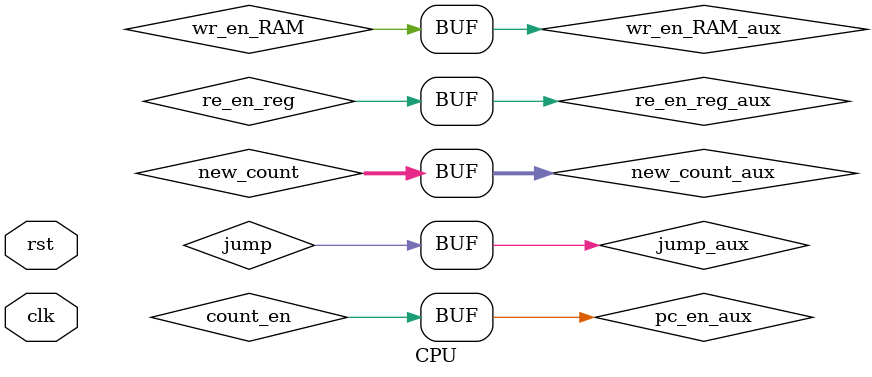
<source format=v>
`include "RAM.v"
`include "registers.v"
`include "control_unit.v"
`include "program_counter.v"
`include "ALU.v"


module CPU (
    input clk,  // Semnalul de clock
    input rst   // Semnalul de reset
);

    // Counter
    reg [3:0] new_count;            // Noul count pentru program counter (adresa la care vom face jump)
    reg count_en;                   // Semnalul de permisiune pentru incrementarea program counterului
    reg jump;                       // Semnalul de permisiune pentru jump
    wire [3:0] pc;                  // Valoarea program counterului

    // Scriere si citire RAM 
    reg wr_en_RAM;                  // Semnalul de permisiune pentru scrierea datelor in RAM
    reg re_en_RAM;                  // Semnalul de permisiune pentru citirea datelor din RAM
    reg [3:0] addr_RAM;             // Adresa unde se vor scrie datele in RAM (pe 4 biti -> 16 adrese posibile)

    // Scriere si citire registri
    reg wr_en_reg;                  // Semnalul de permisiune pentru scrierea datelor in registri
    reg re_en_reg;                  // Semnalul de permisiune pentru citirea datelor din registri
    reg [1:0] addr_reg_1;           // Adresa unde se vor scrie datele in registru (pe 2 biti -> 4 adrese posibile)
    reg [1:0] addr_reg_2;           // Adresa unde se vor scrie datele in registru (pe 2 biti -> 4 adrese posibile)

    // Datele de scriere si datele citite
    reg [7:0] data_RAM;             // Datele care se vor scrie in RAM (pe 8 biti -> numar max de scriere 255)
    reg [7:0] data_reg;             // Datele care se vor scrie in registri (pe 8 biti -> numar max de scriere 255)
    wire [7:0] RAM_read_data;       // Datele citite din ram (pe 8 biti -> numar max de scriere 255)
    wire [7:0] reg_read_data_1;     // Datele citite din registri (pe 8 biti -> numar max de scriere 255)
    wire [7:0] reg_read_data_2;     // Datele citite din registri (pe 8 biti -> numar max de scriere 255)

    // ALU

    reg [7:0] num_a;
    reg [7:0] num_b;
    reg [2:0] ALU_instr;
    wire [7:0] ALU_res;
    wire zero;
    wire negative;
    wire ovr;

    // Fire auxiliare pentru stocare unor valori care se vor folosi pentru assign
    wire pc_en_aux;                 // Pentru semnalul de enable program counter
    wire [3:0] RAM_addr_aux;        // Pentru semnalul cu adresa de citire/scriere in RAM
    wire [1:0] reg_dest_1_aux;      // Pentru semnalul cu adresa de citire/scriere in registri
    wire [1:0] reg_dest_2_aux;      // Pentru semnalul cu adresa de citire/scriere in registri
    wire wr_en_RAM_aux;             // Pentru semnalul de enable write in RAM
    wire re_en_RAM_aux;             // Pentru semnalul de enable read din RAM
    wire wr_en_reg_aux;             // Pentru semnalul de enable write in registri
    wire re_en_reg_aux;             // Pentru semnalul de enable read din registri
    wire [7:0] reg_data_aux;        // Pentru semnalul cu date de scriere in registri
    wire [7:0] RAM_data_aux;        // Pentru semnalul cu date de scriere in RAM
    wire [3:0] new_count_aux;       // Pentru semnalul cu adresa unde se va face JUMP
    wire jump_aux;                  // Pentru semnalul de JUMP enable
    wire [7:0] ALU_val_1_aux;       // Pentru semnalul cu valoarea din registrul a pentru ALU
    wire [7:0] ALU_val_2_aux;       // Pentru semnalul cu valoarea din registrul b pentru ALU
    wire [2:0] ALU_instr_aux;       // Pentru semnalul cu instructiunea pentru ALU

    always @(*) begin
        count_en = pc_en_aux;
        re_en_RAM = re_en_RAM_aux;
        addr_RAM = RAM_addr_aux;

        addr_reg_1 = reg_dest_1_aux;
        addr_reg_2 = reg_dest_2_aux;
        data_reg = reg_data_aux;
        wr_en_reg = wr_en_reg_aux;
        re_en_reg = re_en_reg_aux;

        wr_en_RAM = wr_en_RAM_aux;
        data_RAM = RAM_data_aux;

        new_count = new_count_aux;
        jump = jump_aux;

        num_a = ALU_val_1_aux;
        num_b = ALU_val_2_aux;
        ALU_instr = ALU_instr_aux;
    end

    // Instantierea RAM-ului
    RAM ram(
        .clk(clk),
        .wr_en(wr_en_RAM),
        .read_en(re_en_RAM),
        .addr(addr_RAM),
        .data(data_RAM),
        .data_read(RAM_read_data)
    );

    // Instantierea registrilor
    registers registri(
        .clk(clk),
        .rst(rst),
        .wr_en(wr_en_reg),
        .read_en(re_en_reg),
        .dest_1(addr_reg_1),
        .dest_2(addr_reg_2),
        .data(data_reg),
        .data_read_1(reg_read_data_1),
        .data_read_2(reg_read_data_2)
    );

    // Instantierea program counterului
    program_counter prog_c(
        .clk(clk),
        .set_count(new_count),
        .jump(jump),
        .count_en(count_en),
        .count(pc)
    );

    // Instantierea ALU
    ALU alu(
        .a(num_a),
        .b(num_b),
        .ALU_instr(ALU_instr),
        .result(ALU_res),
        .zero(zero),
        .ovr(ovr)
    );

    // Instantierea control unitului
    control_unit control(
        .clk(clk),
        .pc(pc),
        .RAM_data(RAM_read_data),
        .wr_reg_data(reg_data_aux),
        .pc_en(pc_en_aux),
        .re_en_RAM(re_en_RAM_aux),
        .wr_en_reg(wr_en_reg_aux),
        .addr_RAM(RAM_addr_aux),
        .reg_dest_1(reg_dest_1_aux),
        .reg_dest_2(reg_dest_2_aux),
        .re_en_reg(re_en_reg_aux),
        .wr_en_RAM(wr_en_RAM_aux),
        .reg_data_1(reg_read_data_1),
        .reg_data_2(reg_read_data_2),
        .wr_RAM_data(RAM_data_aux),
        .new_count(new_count_aux),
        .jump(jump_aux),
        .ALU_val_1(ALU_val_1_aux),
        .ALU_val_2(ALU_val_2_aux),
        .ALU_instr(ALU_instr_aux),
        .ALU_res(ALU_res)
    );

    initial begin
        
    end

    always @(posedge clk) begin
        
    end


endmodule
</source>
